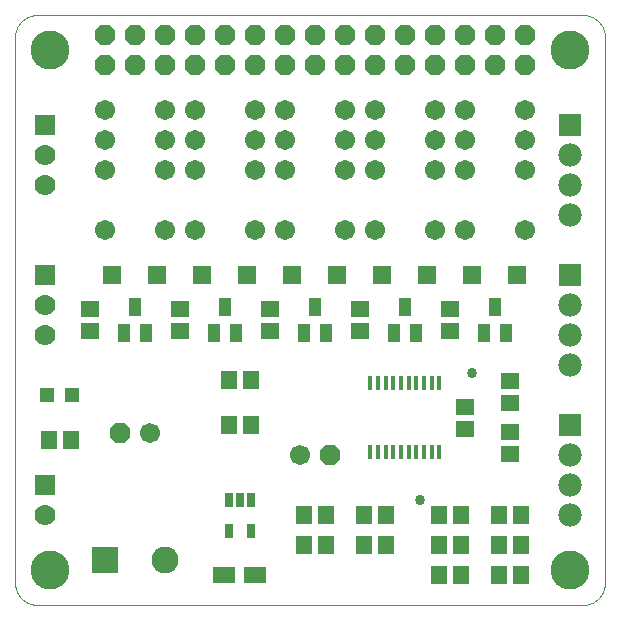
<source format=gts>
G75*
%MOIN*%
%OFA0B0*%
%FSLAX24Y24*%
%IPPOS*%
%LPD*%
%AMOC8*
5,1,8,0,0,1.08239X$1,22.5*
%
%ADD10C,0.0000*%
%ADD11C,0.1300*%
%ADD12R,0.0158X0.0512*%
%ADD13R,0.0512X0.0512*%
%ADD14R,0.0552X0.0631*%
%ADD15R,0.0631X0.0552*%
%ADD16R,0.0780X0.0780*%
%ADD17C,0.0780*%
%ADD18R,0.0900X0.0900*%
%ADD19C,0.0900*%
%ADD20OC8,0.0670*%
%ADD21C,0.0670*%
%ADD22R,0.0257X0.0512*%
%ADD23R,0.0749X0.0532*%
%ADD24C,0.0674*%
%ADD25OC8,0.0680*%
%ADD26R,0.0434X0.0591*%
%ADD27R,0.0591X0.0591*%
%ADD28R,0.0700X0.0700*%
%ADD29C,0.0700*%
%ADD30C,0.0340*%
D10*
X000550Y001033D02*
X000550Y019144D01*
X000552Y019198D01*
X000557Y019251D01*
X000566Y019304D01*
X000579Y019356D01*
X000595Y019408D01*
X000615Y019458D01*
X000638Y019506D01*
X000665Y019553D01*
X000694Y019598D01*
X000727Y019641D01*
X000762Y019681D01*
X000800Y019719D01*
X000840Y019754D01*
X000883Y019787D01*
X000928Y019816D01*
X000975Y019843D01*
X001023Y019866D01*
X001073Y019886D01*
X001125Y019902D01*
X001177Y019915D01*
X001230Y019924D01*
X001283Y019929D01*
X001337Y019931D01*
X019448Y019931D01*
X019502Y019929D01*
X019555Y019924D01*
X019608Y019915D01*
X019660Y019902D01*
X019712Y019886D01*
X019762Y019866D01*
X019810Y019843D01*
X019857Y019816D01*
X019902Y019787D01*
X019945Y019754D01*
X019985Y019719D01*
X020023Y019681D01*
X020058Y019641D01*
X020091Y019598D01*
X020120Y019553D01*
X020147Y019506D01*
X020170Y019458D01*
X020190Y019408D01*
X020206Y019356D01*
X020219Y019304D01*
X020228Y019251D01*
X020233Y019198D01*
X020235Y019144D01*
X020235Y001033D01*
X020233Y000979D01*
X020228Y000926D01*
X020219Y000873D01*
X020206Y000821D01*
X020190Y000769D01*
X020170Y000719D01*
X020147Y000671D01*
X020120Y000624D01*
X020091Y000579D01*
X020058Y000536D01*
X020023Y000496D01*
X019985Y000458D01*
X019945Y000423D01*
X019902Y000390D01*
X019857Y000361D01*
X019810Y000334D01*
X019762Y000311D01*
X019712Y000291D01*
X019660Y000275D01*
X019608Y000262D01*
X019555Y000253D01*
X019502Y000248D01*
X019448Y000246D01*
X001337Y000246D01*
X001283Y000248D01*
X001230Y000253D01*
X001177Y000262D01*
X001125Y000275D01*
X001073Y000291D01*
X001023Y000311D01*
X000975Y000334D01*
X000928Y000361D01*
X000883Y000390D01*
X000840Y000423D01*
X000800Y000458D01*
X000762Y000496D01*
X000727Y000536D01*
X000694Y000579D01*
X000665Y000624D01*
X000638Y000671D01*
X000615Y000719D01*
X000595Y000769D01*
X000579Y000821D01*
X000566Y000873D01*
X000557Y000926D01*
X000552Y000979D01*
X000550Y001033D01*
D11*
X001731Y001427D03*
X019054Y001427D03*
X019054Y018750D03*
X001731Y018750D03*
D12*
X012398Y007638D03*
X012654Y007638D03*
X012910Y007638D03*
X013166Y007638D03*
X013422Y007638D03*
X013678Y007638D03*
X013934Y007638D03*
X014190Y007638D03*
X014446Y007638D03*
X014702Y007638D03*
X014702Y005354D03*
X014446Y005354D03*
X014190Y005354D03*
X013934Y005354D03*
X013678Y005354D03*
X013422Y005354D03*
X013166Y005354D03*
X012910Y005354D03*
X012654Y005354D03*
X012398Y005354D03*
D13*
X002463Y007246D03*
X001637Y007246D03*
D14*
X001676Y005746D03*
X002424Y005746D03*
X007676Y006246D03*
X008424Y006246D03*
X008424Y007746D03*
X007676Y007746D03*
X010176Y003246D03*
X010924Y003246D03*
X010924Y002246D03*
X010176Y002246D03*
X012176Y002246D03*
X012924Y002246D03*
X012924Y003246D03*
X012176Y003246D03*
X014676Y003246D03*
X015424Y003246D03*
X015424Y002246D03*
X014676Y002246D03*
X014676Y001246D03*
X015424Y001246D03*
X016676Y001246D03*
X017424Y001246D03*
X017424Y002246D03*
X016676Y002246D03*
X016676Y003246D03*
X017424Y003246D03*
D15*
X017050Y005272D03*
X017050Y006020D03*
X017050Y006972D03*
X017050Y007720D03*
X015550Y006870D03*
X015550Y006122D03*
X015050Y009372D03*
X015050Y010120D03*
X012050Y010120D03*
X012050Y009372D03*
X009050Y009372D03*
X009050Y010120D03*
X006050Y010120D03*
X006050Y009372D03*
X003050Y009372D03*
X003050Y010120D03*
D16*
X019050Y011246D03*
X019050Y016246D03*
X019050Y006246D03*
D17*
X019050Y005246D03*
X019050Y004246D03*
X019050Y003246D03*
X019050Y008246D03*
X019050Y009246D03*
X019050Y010246D03*
X019050Y013246D03*
X019050Y014246D03*
X019050Y015246D03*
D18*
X003550Y001746D03*
D19*
X005550Y001746D03*
D20*
X004050Y005996D03*
X011050Y005246D03*
D21*
X010050Y005246D03*
X005050Y005996D03*
D22*
X007676Y003758D03*
X008050Y003758D03*
X008424Y003758D03*
X008424Y002734D03*
X007676Y002734D03*
D23*
X007538Y001246D03*
X008562Y001246D03*
D24*
X008550Y012746D03*
X009550Y012746D03*
X009550Y014746D03*
X009550Y015746D03*
X008550Y015746D03*
X008550Y014746D03*
X008550Y016746D03*
X009550Y016746D03*
X011550Y016746D03*
X012550Y016746D03*
X012550Y015746D03*
X012550Y014746D03*
X011550Y014746D03*
X011550Y015746D03*
X014550Y015746D03*
X014550Y014746D03*
X015550Y014746D03*
X015550Y015746D03*
X015550Y016746D03*
X014550Y016746D03*
X017550Y016746D03*
X017550Y015746D03*
X017550Y014746D03*
X017550Y012746D03*
X015550Y012746D03*
X014550Y012746D03*
X012550Y012746D03*
X011550Y012746D03*
X006550Y012746D03*
X005550Y012746D03*
X003550Y012746D03*
X003550Y014746D03*
X003550Y015746D03*
X003550Y016746D03*
X005550Y016746D03*
X006550Y016746D03*
X006550Y015746D03*
X006550Y014746D03*
X005550Y014746D03*
X005550Y015746D03*
D25*
X005550Y018246D03*
X005550Y019246D03*
X004550Y019246D03*
X003550Y019246D03*
X003550Y018246D03*
X004550Y018246D03*
X006550Y018246D03*
X006550Y019246D03*
X007550Y019246D03*
X008550Y019246D03*
X009550Y019246D03*
X010550Y019246D03*
X011550Y019246D03*
X012550Y019246D03*
X013550Y019246D03*
X014550Y019246D03*
X015550Y019246D03*
X016550Y019246D03*
X017550Y019246D03*
X017550Y018246D03*
X016550Y018246D03*
X015550Y018246D03*
X014550Y018246D03*
X013550Y018246D03*
X012550Y018246D03*
X011550Y018246D03*
X010550Y018246D03*
X009550Y018246D03*
X008550Y018246D03*
X007550Y018246D03*
D26*
X007550Y010179D03*
X007176Y009313D03*
X007924Y009313D03*
X010176Y009313D03*
X010924Y009313D03*
X010550Y010179D03*
X013176Y009313D03*
X013924Y009313D03*
X013550Y010179D03*
X016176Y009313D03*
X016924Y009313D03*
X016550Y010179D03*
X004924Y009313D03*
X004176Y009313D03*
X004550Y010179D03*
D27*
X003802Y011246D03*
X005298Y011246D03*
X006802Y011246D03*
X008298Y011246D03*
X009802Y011246D03*
X011298Y011246D03*
X012802Y011246D03*
X014298Y011246D03*
X015802Y011246D03*
X017298Y011246D03*
D28*
X001550Y011246D03*
X001550Y016246D03*
X001550Y004246D03*
D29*
X001550Y003246D03*
X001550Y009246D03*
X001550Y010246D03*
X001550Y014246D03*
X001550Y015246D03*
D30*
X014050Y003746D03*
X015800Y007996D03*
M02*

</source>
